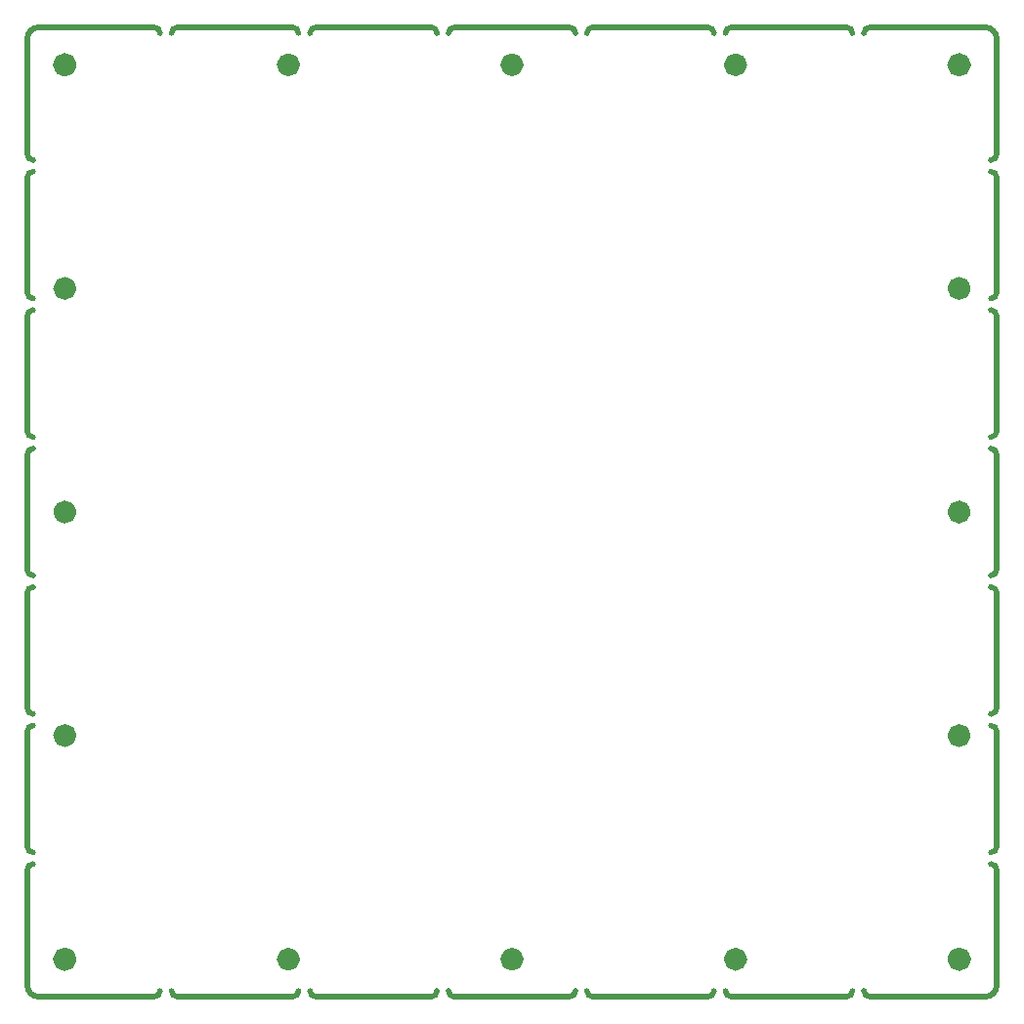
<source format=gbp>
G04 #@! TF.GenerationSoftware,KiCad,Pcbnew,8.0.4-8.0.4-0~ubuntu22.04.1*
G04 #@! TF.CreationDate,2025-04-15T08:48:27+00:00*
G04 #@! TF.ProjectId,stencil,7374656e-6369-46c2-9e6b-696361645f70,rev?*
G04 #@! TF.SameCoordinates,Original*
G04 #@! TF.FileFunction,Paste,Bot*
G04 #@! TF.FilePolarity,Positive*
%FSLAX46Y46*%
G04 Gerber Fmt 4.6, Leading zero omitted, Abs format (unit mm)*
G04 Created by KiCad (PCBNEW 8.0.4-8.0.4-0~ubuntu22.04.1) date 2025-04-15 08:48:27*
%MOMM*%
%LPD*%
G01*
G04 APERTURE LIST*
%ADD10C,0.500000*%
%ADD11C,1.000000*%
%ADD12C,1.050000*%
G04 APERTURE END LIST*
D10*
X83250000Y-85750000D02*
X83250000Y-95750000D01*
X83250000Y-109750000D02*
G75*
G02*
X83750000Y-109250000I500000J0D01*
G01*
D11*
X125750000Y-76000000D02*
G75*
G02*
X124750000Y-76000000I-500000J0D01*
G01*
X124750000Y-76000000D02*
G75*
G02*
X125750000Y-76000000I500000J0D01*
G01*
D10*
X83750000Y-132250000D02*
G75*
G02*
X83250000Y-131750000I0J500000D01*
G01*
X167250000Y-95750000D02*
G75*
G02*
X166750000Y-96250000I-500000J0D01*
G01*
X155750000Y-73250000D02*
G75*
G02*
X156250000Y-72750000I500000J0D01*
G01*
D12*
X87025000Y-153500000D02*
G75*
G02*
X85975000Y-153500000I-525000J0D01*
G01*
X85975000Y-153500000D02*
G75*
G02*
X87025000Y-153500000I525000J0D01*
G01*
D11*
X125750000Y-153500000D02*
G75*
G02*
X124750000Y-153500000I-500000J0D01*
G01*
X124750000Y-153500000D02*
G75*
G02*
X125750000Y-153500000I500000J0D01*
G01*
D10*
X156250000Y-156750000D02*
G75*
G02*
X155750000Y-156250000I0J500000D01*
G01*
D11*
X87000000Y-114750000D02*
G75*
G02*
X86000000Y-114750000I-500000J0D01*
G01*
X86000000Y-114750000D02*
G75*
G02*
X87000000Y-114750000I500000J0D01*
G01*
D10*
X83250000Y-121750000D02*
X83250000Y-131750000D01*
X96250000Y-156750000D02*
X106250000Y-156750000D01*
D11*
X106375000Y-76000000D02*
G75*
G02*
X105375000Y-76000000I-500000J0D01*
G01*
X105375000Y-76000000D02*
G75*
G02*
X106375000Y-76000000I500000J0D01*
G01*
D10*
X83250000Y-73750000D02*
X83250000Y-83750000D01*
X83250000Y-97750000D02*
X83250000Y-107750000D01*
X167250000Y-107750000D02*
G75*
G02*
X166750000Y-108250000I-500000J0D01*
G01*
X144250000Y-156750000D02*
X154250000Y-156750000D01*
D12*
X164525000Y-153500000D02*
G75*
G02*
X163475000Y-153500000I-525000J0D01*
G01*
X163475000Y-153500000D02*
G75*
G02*
X164525000Y-153500000I525000J0D01*
G01*
D10*
X167250000Y-133750000D02*
X167250000Y-143750000D01*
X131750000Y-73250000D02*
G75*
G02*
X132250000Y-72750000I500000J0D01*
G01*
X83750000Y-96250000D02*
G75*
G02*
X83250000Y-95750000I0J500000D01*
G01*
X167250000Y-83750000D02*
G75*
G02*
X166750000Y-84250000I-500000J0D01*
G01*
D11*
X145125000Y-76000000D02*
G75*
G02*
X144125000Y-76000000I-500000J0D01*
G01*
X144125000Y-76000000D02*
G75*
G02*
X145125000Y-76000000I500000J0D01*
G01*
D10*
X83250000Y-133750000D02*
G75*
G02*
X83750000Y-133250000I500000J0D01*
G01*
X167250000Y-131750000D02*
G75*
G02*
X166750000Y-132250000I-500000J0D01*
G01*
X95750000Y-73250000D02*
G75*
G02*
X96250000Y-72750000I500000J0D01*
G01*
X166750000Y-85250000D02*
G75*
G02*
X167250000Y-85750000I0J-500000D01*
G01*
X96250000Y-72750000D02*
X106250000Y-72750000D01*
X83250000Y-109750000D02*
X83250000Y-119750000D01*
X106750000Y-156250000D02*
G75*
G02*
X106250000Y-156750000I-500000J0D01*
G01*
X83750000Y-120250000D02*
G75*
G02*
X83250000Y-119750000I0J500000D01*
G01*
X120250000Y-156750000D02*
X130250000Y-156750000D01*
X118750000Y-156250000D02*
G75*
G02*
X118250000Y-156750000I-500000J0D01*
G01*
X94750000Y-156250000D02*
G75*
G02*
X94250000Y-156750000I-500000J0D01*
G01*
X83250000Y-121750000D02*
G75*
G02*
X83750000Y-121250000I500000J0D01*
G01*
X167250000Y-143750000D02*
G75*
G02*
X166750000Y-144250000I-500000J0D01*
G01*
X130250000Y-72750000D02*
G75*
G02*
X130750000Y-73250000I0J-500000D01*
G01*
X167250000Y-119750000D02*
G75*
G02*
X166750000Y-120250000I-500000J0D01*
G01*
X83250000Y-85750000D02*
G75*
G02*
X83750000Y-85250000I500000J0D01*
G01*
X167250000Y-109750000D02*
X167250000Y-119750000D01*
X142250000Y-72750000D02*
G75*
G02*
X142750000Y-73250000I0J-500000D01*
G01*
X108250000Y-156750000D02*
G75*
G02*
X107750000Y-156250000I0J500000D01*
G01*
X118250000Y-72750000D02*
G75*
G02*
X118750000Y-73250000I0J-500000D01*
G01*
D12*
X87025000Y-76000000D02*
G75*
G02*
X85975000Y-76000000I-525000J0D01*
G01*
X85975000Y-76000000D02*
G75*
G02*
X87025000Y-76000000I525000J0D01*
G01*
X164525000Y-76000000D02*
G75*
G02*
X163475000Y-76000000I-525000J0D01*
G01*
X163475000Y-76000000D02*
G75*
G02*
X164525000Y-76000000I525000J0D01*
G01*
D10*
X107750000Y-73250000D02*
G75*
G02*
X108250000Y-72750000I500000J0D01*
G01*
D11*
X164500000Y-114750000D02*
G75*
G02*
X163500000Y-114750000I-500000J0D01*
G01*
X163500000Y-114750000D02*
G75*
G02*
X164500000Y-114750000I500000J0D01*
G01*
D10*
X108250000Y-156750000D02*
X118250000Y-156750000D01*
X167250000Y-121750000D02*
X167250000Y-131750000D01*
X106250000Y-72750000D02*
G75*
G02*
X106750000Y-73250000I0J-500000D01*
G01*
X144250000Y-156750000D02*
G75*
G02*
X143750000Y-156250000I0J500000D01*
G01*
X156250000Y-72750000D02*
X166250000Y-72750000D01*
X83250000Y-133750000D02*
X83250000Y-143750000D01*
X83250000Y-97750000D02*
G75*
G02*
X83750000Y-97250000I500000J0D01*
G01*
X83750000Y-108250000D02*
G75*
G02*
X83250000Y-107750000I0J500000D01*
G01*
D11*
X164500000Y-134125000D02*
G75*
G02*
X163500000Y-134125000I-500000J0D01*
G01*
X163500000Y-134125000D02*
G75*
G02*
X164500000Y-134125000I500000J0D01*
G01*
X145125000Y-153500000D02*
G75*
G02*
X144125000Y-153500000I-500000J0D01*
G01*
X144125000Y-153500000D02*
G75*
G02*
X145125000Y-153500000I500000J0D01*
G01*
X106375000Y-153500000D02*
G75*
G02*
X105375000Y-153500000I-500000J0D01*
G01*
X105375000Y-153500000D02*
G75*
G02*
X106375000Y-153500000I500000J0D01*
G01*
D10*
X84250000Y-156750000D02*
G75*
G02*
X83250000Y-155750000I0J1000000D01*
G01*
X166750000Y-97250000D02*
G75*
G02*
X167250000Y-97750000I0J-500000D01*
G01*
X167250000Y-85750000D02*
X167250000Y-95750000D01*
D11*
X87000000Y-134125000D02*
G75*
G02*
X86000000Y-134125000I-500000J0D01*
G01*
X86000000Y-134125000D02*
G75*
G02*
X87000000Y-134125000I500000J0D01*
G01*
D10*
X132250000Y-156750000D02*
G75*
G02*
X131750000Y-156250000I0J500000D01*
G01*
X166250000Y-72750000D02*
G75*
G02*
X167250000Y-73750000I0J-1000000D01*
G01*
X83750000Y-144250000D02*
G75*
G02*
X83250000Y-143750000I0J500000D01*
G01*
X108250000Y-72750000D02*
X118250000Y-72750000D01*
X119750000Y-73250000D02*
G75*
G02*
X120250000Y-72750000I500000J0D01*
G01*
X166750000Y-133250000D02*
G75*
G02*
X167250000Y-133750000I0J-500000D01*
G01*
X167250000Y-155750000D02*
G75*
G02*
X166250000Y-156750000I-1000000J0D01*
G01*
X166750000Y-145250000D02*
G75*
G02*
X167250000Y-145750000I0J-500000D01*
G01*
X167250000Y-145750000D02*
X167250000Y-155750000D01*
X83250000Y-145750000D02*
G75*
G02*
X83750000Y-145250000I500000J0D01*
G01*
X156250000Y-156750000D02*
X166250000Y-156750000D01*
X96250000Y-156750000D02*
G75*
G02*
X95750000Y-156250000I0J500000D01*
G01*
X84250000Y-72750000D02*
X94250000Y-72750000D01*
X120250000Y-156750000D02*
G75*
G02*
X119750000Y-156250000I0J500000D01*
G01*
X167250000Y-73750000D02*
X167250000Y-83750000D01*
D11*
X87000000Y-95375000D02*
G75*
G02*
X86000000Y-95375000I-500000J0D01*
G01*
X86000000Y-95375000D02*
G75*
G02*
X87000000Y-95375000I500000J0D01*
G01*
D10*
X167250000Y-97750000D02*
X167250000Y-107750000D01*
X83750000Y-84250000D02*
G75*
G02*
X83250000Y-83750000I0J500000D01*
G01*
X130750000Y-156250000D02*
G75*
G02*
X130250000Y-156750000I-500000J0D01*
G01*
X94250000Y-72750000D02*
G75*
G02*
X94750000Y-73250000I0J-500000D01*
G01*
X132250000Y-156750000D02*
X142250000Y-156750000D01*
X83250000Y-145750000D02*
X83250000Y-155750000D01*
X154250000Y-72750000D02*
G75*
G02*
X154750000Y-73250000I0J-500000D01*
G01*
X154750000Y-156250000D02*
G75*
G02*
X154250000Y-156750000I-500000J0D01*
G01*
X144250000Y-72750000D02*
X154250000Y-72750000D01*
X166750000Y-109250000D02*
G75*
G02*
X167250000Y-109750000I0J-500000D01*
G01*
X143750000Y-73250000D02*
G75*
G02*
X144250000Y-72750000I500000J0D01*
G01*
X132250000Y-72750000D02*
X142250000Y-72750000D01*
X83250000Y-73750000D02*
G75*
G02*
X84250000Y-72750000I1000000J0D01*
G01*
X84250000Y-156750000D02*
X94250000Y-156750000D01*
D11*
X164500000Y-95375000D02*
G75*
G02*
X163500000Y-95375000I-500000J0D01*
G01*
X163500000Y-95375000D02*
G75*
G02*
X164500000Y-95375000I500000J0D01*
G01*
D10*
X166750000Y-121250000D02*
G75*
G02*
X167250000Y-121750000I0J-500000D01*
G01*
X120250000Y-72750000D02*
X130250000Y-72750000D01*
X142750000Y-156250000D02*
G75*
G02*
X142250000Y-156750000I-500000J0D01*
G01*
M02*

</source>
